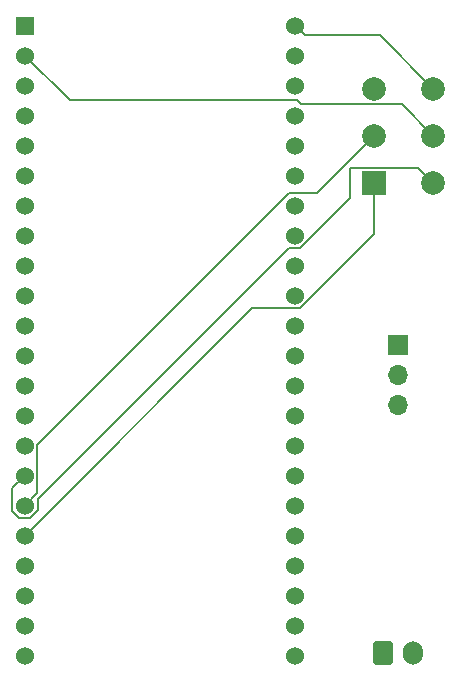
<source format=gbr>
%TF.GenerationSoftware,KiCad,Pcbnew,8.0.7*%
%TF.CreationDate,2025-02-28T11:10:52-08:00*%
%TF.ProjectId,Untitled,556e7469-746c-4656-942e-6b696361645f,rev?*%
%TF.SameCoordinates,Original*%
%TF.FileFunction,Copper,L2,Bot*%
%TF.FilePolarity,Positive*%
%FSLAX46Y46*%
G04 Gerber Fmt 4.6, Leading zero omitted, Abs format (unit mm)*
G04 Created by KiCad (PCBNEW 8.0.7) date 2025-02-28 11:10:52*
%MOMM*%
%LPD*%
G01*
G04 APERTURE LIST*
G04 Aperture macros list*
%AMRoundRect*
0 Rectangle with rounded corners*
0 $1 Rounding radius*
0 $2 $3 $4 $5 $6 $7 $8 $9 X,Y pos of 4 corners*
0 Add a 4 corners polygon primitive as box body*
4,1,4,$2,$3,$4,$5,$6,$7,$8,$9,$2,$3,0*
0 Add four circle primitives for the rounded corners*
1,1,$1+$1,$2,$3*
1,1,$1+$1,$4,$5*
1,1,$1+$1,$6,$7*
1,1,$1+$1,$8,$9*
0 Add four rect primitives between the rounded corners*
20,1,$1+$1,$2,$3,$4,$5,0*
20,1,$1+$1,$4,$5,$6,$7,0*
20,1,$1+$1,$6,$7,$8,$9,0*
20,1,$1+$1,$8,$9,$2,$3,0*%
G04 Aperture macros list end*
%TA.AperFunction,ComponentPad*%
%ADD10C,1.530000*%
%TD*%
%TA.AperFunction,ComponentPad*%
%ADD11R,1.530000X1.530000*%
%TD*%
%TA.AperFunction,ComponentPad*%
%ADD12R,1.700000X1.700000*%
%TD*%
%TA.AperFunction,ComponentPad*%
%ADD13O,1.700000X1.700000*%
%TD*%
%TA.AperFunction,ComponentPad*%
%ADD14R,2.000000X2.000000*%
%TD*%
%TA.AperFunction,ComponentPad*%
%ADD15C,2.000000*%
%TD*%
%TA.AperFunction,ComponentPad*%
%ADD16RoundRect,0.250000X-0.600000X-0.750000X0.600000X-0.750000X0.600000X0.750000X-0.600000X0.750000X0*%
%TD*%
%TA.AperFunction,ComponentPad*%
%ADD17O,1.700000X2.000000*%
%TD*%
%TA.AperFunction,Conductor*%
%ADD18C,0.200000*%
%TD*%
G04 APERTURE END LIST*
D10*
%TO.P,U1,J1_22,GND*%
%TO.N,Net-(BT1--)*%
X142390000Y-127500000D03*
%TO.P,U1,J3_22,GND*%
X165250000Y-127500000D03*
%TO.P,U1,J1_21,5V0*%
%TO.N,unconnected-(U1-5V0-PadJ1_21)*%
X142390000Y-124960000D03*
%TO.P,U1,J1_20,GPIO14*%
%TO.N,unconnected-(U1-GPIO14-PadJ1_20)*%
X142390000Y-122420000D03*
%TO.P,U1,J1_19,GPIO13*%
%TO.N,unconnected-(U1-GPIO13-PadJ1_19)*%
X142390000Y-119880000D03*
%TO.P,U1,J1_18,GPIO12*%
%TO.N,Net-(J1-Pin_1)*%
X142390000Y-117340000D03*
%TO.P,U1,J1_17,GPIO11*%
%TO.N,Net-(J1-Pin_2)*%
X142390000Y-114800000D03*
%TO.P,U1,J1_16,GPIO10*%
%TO.N,Net-(J1-Pin_4)*%
X142390000Y-112260000D03*
%TO.P,U1,J1_15,GPIO9*%
%TO.N,unconnected-(U1-GPIO9-PadJ1_15)*%
X142390000Y-109720000D03*
%TO.P,U1,J1_14,GPIO46*%
%TO.N,unconnected-(U1-GPIO46-PadJ1_14)*%
X142390000Y-107180000D03*
%TO.P,U1,J1_13,GPIO3*%
%TO.N,unconnected-(U1-GPIO3-PadJ1_13)*%
X142390000Y-104640000D03*
%TO.P,U1,J1_12,GPIO8*%
%TO.N,unconnected-(U1-GPIO8-PadJ1_12)*%
X142390000Y-102100000D03*
%TO.P,U1,J1_11,GPIO18*%
%TO.N,unconnected-(U1-GPIO18-PadJ1_11)*%
X142390000Y-99560000D03*
%TO.P,U1,J1_10,GPIO17*%
%TO.N,unconnected-(U1-GPIO17-PadJ1_10)*%
X142390000Y-97020000D03*
%TO.P,U1,J1_9,GPIO16*%
%TO.N,unconnected-(U1-GPIO16-PadJ1_9)*%
X142390000Y-94480000D03*
%TO.P,U1,J1_8,GPIO15*%
%TO.N,unconnected-(U1-GPIO15-PadJ1_8)*%
X142390000Y-91940000D03*
%TO.P,U1,J1_7,GPIO7*%
%TO.N,unconnected-(U1-GPIO7-PadJ1_7)*%
X142390000Y-89400000D03*
%TO.P,U1,J1_6,GPIO6*%
%TO.N,unconnected-(U1-GPIO6-PadJ1_6)*%
X142390000Y-86860000D03*
%TO.P,U1,J1_5,GPIO5*%
%TO.N,unconnected-(U1-GPIO5-PadJ1_5)*%
X142390000Y-84320000D03*
%TO.P,U1,J1_4,GPIO4*%
%TO.N,unconnected-(U1-GPIO4-PadJ1_4)*%
X142390000Y-81780000D03*
%TO.P,U1,J1_3,RST*%
%TO.N,unconnected-(U1-RST-PadJ1_3)*%
X142390000Y-79240000D03*
%TO.P,U1,J1_2,3V3*%
%TO.N,Net-(J1-Pin_5)*%
X142390000Y-76700000D03*
D11*
%TO.P,U1,J1_1,3V3*%
X142390000Y-74160000D03*
D10*
%TO.P,U1,J3_21,GND*%
%TO.N,Net-(BT1--)*%
X165250000Y-124960000D03*
%TO.P,U1,J3_20,USB_D-/GPIO19*%
%TO.N,unconnected-(U1-USB_D-{slash}GPIO19-PadJ3_20)*%
X165250000Y-122420000D03*
%TO.P,U1,J3_19,USB_D+/GPIO20*%
%TO.N,unconnected-(U1-USB_D+{slash}GPIO20-PadJ3_19)*%
X165250000Y-119880000D03*
%TO.P,U1,J3_18,GPIO21*%
%TO.N,unconnected-(U1-GPIO21-PadJ3_18)*%
X165250000Y-117340000D03*
%TO.P,U1,J3_17,GPIO47*%
%TO.N,unconnected-(U1-GPIO47-PadJ3_17)*%
X165250000Y-114800000D03*
%TO.P,U1,J3_16,GPIO48*%
%TO.N,unconnected-(U1-GPIO48-PadJ3_16)*%
X165250000Y-112260000D03*
%TO.P,U1,J3_15,GPIO45*%
%TO.N,unconnected-(U1-GPIO45-PadJ3_15)*%
X165250000Y-109720000D03*
%TO.P,U1,J3_14,GPIO0*%
%TO.N,unconnected-(U1-GPIO0-PadJ3_14)*%
X165250000Y-107180000D03*
%TO.P,U1,J3_13,GPIO35*%
%TO.N,unconnected-(U1-GPIO35-PadJ3_13)*%
X165250000Y-104640000D03*
%TO.P,U1,J3_12,GPIO36*%
%TO.N,unconnected-(U1-GPIO36-PadJ3_12)*%
X165250000Y-102100000D03*
%TO.P,U1,J3_11,GPIO37*%
%TO.N,unconnected-(U1-GPIO37-PadJ3_11)*%
X165250000Y-99560000D03*
%TO.P,U1,J3_10,GPIO38*%
%TO.N,unconnected-(U1-GPIO38-PadJ3_10)*%
X165250000Y-97020000D03*
%TO.P,U1,J3_9,MTCK/GPIO39*%
%TO.N,unconnected-(U1-MTCK{slash}GPIO39-PadJ3_9)*%
X165250000Y-94480000D03*
%TO.P,U1,J3_8,MTDO/GPIO40*%
%TO.N,unconnected-(U1-MTDO{slash}GPIO40-PadJ3_8)*%
X165250000Y-91940000D03*
%TO.P,U1,J3_7,MTDI/GPIO41*%
%TO.N,unconnected-(U1-MTDI{slash}GPIO41-PadJ3_7)*%
X165250000Y-89400000D03*
%TO.P,U1,J3_6,MTMS/GPIO42*%
%TO.N,unconnected-(U1-MTMS{slash}GPIO42-PadJ3_6)*%
X165250000Y-86860000D03*
%TO.P,U1,J3_5,GPIO2*%
%TO.N,unconnected-(U1-GPIO2-PadJ3_5)*%
X165250000Y-84320000D03*
%TO.P,U1,J3_4,GPIO1*%
%TO.N,unconnected-(U1-GPIO1-PadJ3_4)*%
X165250000Y-81780000D03*
%TO.P,U1,J3_3,U0RXD/GPIO44*%
%TO.N,unconnected-(U1-U0RXD{slash}GPIO44-PadJ3_3)*%
X165250000Y-79240000D03*
%TO.P,U1,J3_2,U0TXD/GPIO43*%
%TO.N,unconnected-(U1-U0TXD{slash}GPIO43-PadJ3_2)*%
X165250000Y-76700000D03*
%TO.P,U1,J3_1,GND*%
%TO.N,Net-(BT1--)*%
X165250000Y-74160000D03*
%TD*%
D12*
%TO.P,SW1,1,C*%
%TO.N,unconnected-(SW1-C-Pad1)*%
X174000000Y-101170000D03*
D13*
%TO.P,SW1,2,B*%
%TO.N,Net-(BT1-+)*%
X174000000Y-103710000D03*
%TO.P,SW1,3,A*%
%TO.N,Net-(J1-Pin_5)*%
X174000000Y-106250000D03*
%TD*%
D14*
%TO.P,J1,1,Pin_1*%
%TO.N,Net-(J1-Pin_1)*%
X172000000Y-87500000D03*
D15*
%TO.P,J1,2,Pin_2*%
%TO.N,Net-(J1-Pin_2)*%
X172000000Y-83500000D03*
%TO.P,J1,3,Pin_3*%
%TO.N,unconnected-(J1-Pin_3-Pad3)*%
X172000000Y-79500000D03*
%TO.P,J1,4,Pin_4*%
%TO.N,Net-(J1-Pin_4)*%
X177000000Y-87500000D03*
%TO.P,J1,5,Pin_5*%
%TO.N,Net-(J1-Pin_5)*%
X177000000Y-83500000D03*
%TO.P,J1,6,Pin_6*%
%TO.N,Net-(BT1--)*%
X177000000Y-79500000D03*
%TD*%
D16*
%TO.P,BT1,1,+*%
%TO.N,Net-(BT1-+)*%
X172750000Y-127282500D03*
D17*
%TO.P,BT1,2,-*%
%TO.N,Net-(BT1--)*%
X175250000Y-127282500D03*
%TD*%
D18*
%TO.N,Net-(J1-Pin_4)*%
X177000000Y-87500000D02*
X175700000Y-86200000D01*
X141325000Y-113325000D02*
X142390000Y-112260000D01*
X175700000Y-86200000D02*
X169956138Y-86200000D01*
X142831138Y-115865000D02*
X141948862Y-115865000D01*
X169956138Y-86200000D02*
X169956138Y-88740000D01*
X169956138Y-88740000D02*
X165691138Y-93005000D01*
X164750686Y-93005000D02*
X143502843Y-114252843D01*
X165691138Y-93005000D02*
X164750686Y-93005000D01*
X143502843Y-114252843D02*
X143502843Y-115193295D01*
X143502843Y-115193295D02*
X142831138Y-115865000D01*
X141948862Y-115865000D02*
X141325000Y-115241138D01*
X141325000Y-115241138D02*
X141325000Y-113325000D01*
%TO.N,Net-(J1-Pin_5)*%
X177000000Y-83500000D02*
X174300000Y-80800000D01*
X174300000Y-80800000D02*
X165776138Y-80800000D01*
X165776138Y-80800000D02*
X165476138Y-80500000D01*
X165476138Y-80500000D02*
X146190000Y-80500000D01*
X146190000Y-80500000D02*
X142390000Y-76700000D01*
%TO.N,Net-(BT1--)*%
X177000000Y-79500000D02*
X172500000Y-75000000D01*
X166090000Y-75000000D02*
X165250000Y-74160000D01*
X172500000Y-75000000D02*
X166090000Y-75000000D01*
%TO.N,Net-(J1-Pin_1)*%
X172000000Y-87500000D02*
X172000000Y-91776138D01*
X161645000Y-98085000D02*
X142390000Y-117340000D01*
X172000000Y-91776138D02*
X165691138Y-98085000D01*
X165691138Y-98085000D02*
X161645000Y-98085000D01*
%TO.N,Net-(J1-Pin_2)*%
X172000000Y-83500000D02*
X167165000Y-88335000D01*
X164808862Y-88335000D02*
X143455000Y-109688862D01*
X167165000Y-88335000D02*
X164808862Y-88335000D01*
X143455000Y-113735000D02*
X142390000Y-114800000D01*
X143455000Y-109688862D02*
X143455000Y-113735000D01*
%TD*%
M02*

</source>
